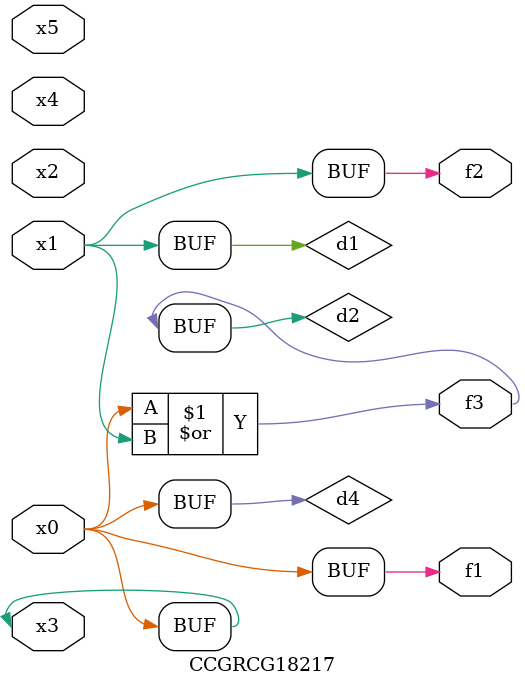
<source format=v>
module CCGRCG18217(
	input x0, x1, x2, x3, x4, x5,
	output f1, f2, f3
);

	wire d1, d2, d3, d4;

	and (d1, x1);
	or (d2, x0, x1);
	nand (d3, x0, x5);
	buf (d4, x0, x3);
	assign f1 = d4;
	assign f2 = d1;
	assign f3 = d2;
endmodule

</source>
